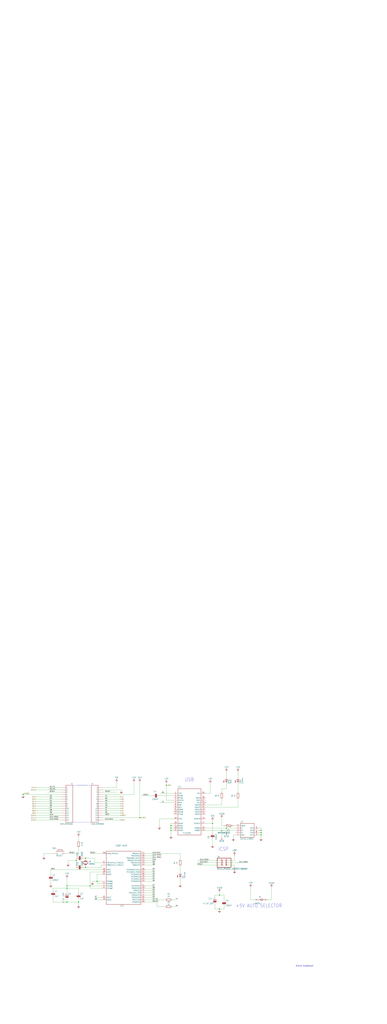
<source format=kicad_sch>
(kicad_sch (version 20211123) (generator eeschema)
  (paper "User" 425.45 1124.51)
  (lib_symbols
    (symbol "0043_KPT-2012SGC_1"
      (property "Reference" "TX0" (at 3.556 -4.572 90))
      (property "Value" "0043_KPT-2012SGC_1" (at 5.715 -4.572 90))
      (symbol "0043_KPT-2012SGC_1_1_0"
        (pin passive line (at 0 2.54 270) (length 2.54) (name "A") (number "1"))
        (pin passive line (at 0 -5.08 90) (length 2.54) (name "C") (number "2"))
      )
    )
    (symbol "Device:Crystal" (pin_numbers hide) (pin_names (offset 1.016) hide)
      (property "Reference" "Y" (at 0 3.81 0))
      (property "Value" "Crystal" (at 0 -3.81 0))
      (symbol "Crystal_1_1"
        (pin passive line (at -3.81 0 0) (length 1.27) (name "1") (number "1"))
        (pin passive line (at 3.81 0 180) (length 1.27) (name "2") (number "2"))
      )
    )
    (symbol "Device:R" (pin_numbers hide) (pin_names (offset 0))
      (property "Reference" "R" (at 2.032 0 90))
      (property "Value" "R" (at 0 0 90))
      (symbol "R_1_1"
        (pin passive line (at 0 3.81 270) (length 1.27) (name "~") (number "1"))
        (pin passive line (at 0 -3.81 90) (length 1.27) (name "~") (number "2"))
      )
    )
    (symbol "NanoV3.3-eagle-import:+5V" (power)
      (property "Value" "+5V" (at -2.54 2.54 0))
      (symbol "+5V_1_0"
        (pin power_in line (at 0 -2.54 90) (length 2.54) (name "+5V") (number "1"))
      )
    )
    (symbol "NanoV3.3-eagle-import:0006_1UF_0603{slash}GRM188R61E105KA12D"
      (property "Reference" "C" (at 1.524 0.381 0))
      (property "Value" "0006_1UF_0603{slash}GRM188R61E105KA12D" (at 1.524 -4.699 0))
      (symbol "0006_1UF_0603{slash}GRM188R61E105KA12D_1_0"
        (pin passive line (at 0 2.54 270) (length 2.54) (name "1") (number "1"))
        (pin passive line (at 0 -5.08 90) (length 2.54) (name "2") (number "2"))
      )
    )
    (symbol "NanoV3.3-eagle-import:0015_100NF_0603"
      (property "Reference" "C" (at 1.524 0.381 0))
      (property "Value" "0015_100NF_0603" (at 1.524 -4.699 0))
      (symbol "0015_100NF_0603_1_0"
        (pin passive line (at 0 2.54 270) (length 2.54) (name "1") (number "1"))
        (pin passive line (at 0 -5.08 90) (length 2.54) (name "2") (number "2"))
      )
    )
    (symbol "NanoV3.3-eagle-import:0025_SS1P3L-M3{slash}84A"
      (property "Reference" "D1" (at 1.27 -3.81 0))
      (property "Value" "SS1P3L" (at 1.905 3.175 0))
      (symbol "0025_SS1P3L-M3{slash}84A_1_0"
        (pin bidirectional line (at 7.62 0 180) (length 0) (name "K") (number "1"))
        (pin bidirectional line (at -5.08 0 0) (length 0) (name "A") (number "2"))
      )
    )
    (symbol "NanoV3.3-eagle-import:0044_KPT-2012YC"
      (property "Reference" "L0" (at 3.556 -4.572 90))
      (property "Value" "Yellow" (at 5.715 -4.572 90))
      (symbol "0044_KPT-2012YC_1_0"
        (pin passive line (at 0 2.54 270) (length 2.54) (name "A") (number "1"))
        (pin passive line (at 0 -5.08 90) (length 2.54) (name "C") (number "2"))
      )
    )
    (symbol "NanoV3.3-eagle-import:0114_PH254-203DF118A00V"
      (property "Reference" "JP" (at -6.35 5.715 0))
      (property "Value" "0114_PH254-203DF118A00V" (at -6.35 -7.62 0))
      (symbol "0114_PH254-203DF118A00V_1_0"
        (pin passive inverted (at -2.54 2.54 0) (length 2.54) (name "1") (number "1"))
        (pin passive inverted (at 5.08 2.54 180) (length 2.54) (name "2") (number "2"))
        (pin passive inverted (at -2.54 0 0) (length 2.54) (name "3") (number "3"))
        (pin passive inverted (at 5.08 0 180) (length 2.54) (name "4") (number "4"))
        (pin passive inverted (at -2.54 -2.54 0) (length 2.54) (name "5") (number "5"))
        (pin passive inverted (at 5.08 -2.54 180) (length 2.54) (name "6") (number "6"))
      )
    )
    (symbol "NanoV3.3-eagle-import:0173_IT-1185AP1C-160G-G_T&R"
      (property "Reference" "PB" (at -8.636 4.826 0))
      (property "Value" "0173_IT-1185AP1C-160G-G_T&R" (at -4.318 -3.302 0))
      (symbol "0173_IT-1185AP1C-160G-G_T&R_1_0"
        (pin passive inverted (at -7.62 0 0) (length 5.08) (name "1") (number "1"))
        (pin passive inverted (at 7.62 0 180) (length 5.08) (name "2") (number "2"))
      )
    )
    (symbol "NanoV3.3-eagle-import:0181_KTP-2012SURCK"
      (property "Reference" "RX0" (at 3.556 -4.572 90))
      (property "Value" "Red" (at 5.715 -4.572 90))
      (symbol "0181_KTP-2012SURCK_1_0"
        (pin passive line (at 0 2.54 270) (length 2.54) (name "A") (number "1"))
        (pin passive line (at 0 -5.08 90) (length 2.54) (name "C") (number "2"))
      )
    )
    (symbol "NanoV3.3-eagle-import:0219_14850"
      (property "Reference" "USB" (at -7.62 8.382 0))
      (property "Value" "0219_14850" (at -7.62 -10.16 0))
      (symbol "0219_14850_1_0"
        (pin passive line (at -12.7 -5.08 0) (length 5.08) (name "GND") (number "1"))
        (pin bidirectional line (at -12.7 -2.54 0) (length 5.08) (name "ID") (number "2"))
        (pin bidirectional line (at -12.7 0 0) (length 5.08) (name "D+") (number "3"))
        (pin bidirectional line (at -12.7 2.54 0) (length 5.08) (name "D-") (number "4"))
        (pin power_in line (at -12.7 5.08 0) (length 5.08) (name "VBUS") (number "5"))
        (pin passive line (at 12.7 2.54 180) (length 5.08) (name "SH1") (number "6"))
        (pin passive line (at 12.7 0 180) (length 5.08) (name "SH2") (number "7"))
        (pin passive line (at 12.7 -2.54 180) (length 5.08) (name "SH3") (number "8"))
        (pin passive line (at 12.7 -5.08 180) (length 5.08) (name "SH4") (number "9"))
      )
    )
    (symbol "NanoV3.3-eagle-import:0226_FT232RL"
      (property "Reference" "IC" (at -12.7 26.416 0))
      (property "Value" "0226_FT232RL" (at -7.62 -24.384 0))
      (symbol "0226_FT232RL_1_0"
        (pin output line (at -17.78 20.32 0) (length 5.08) (name "TXD") (number "1"))
        (pin bidirectional line (at -17.78 0 0) (length 5.08) (name "DCD#") (number "10"))
        (pin bidirectional line (at -17.78 -2.54 0) (length 5.08) (name "CTS#") (number "11"))
        (pin bidirectional line (at 17.78 -2.54 180) (length 5.08) (name "CBUS4") (number "12"))
        (pin bidirectional line (at 17.78 2.54 180) (length 5.08) (name "CBUS2") (number "13"))
        (pin bidirectional line (at 17.78 0 180) (length 5.08) (name "CBUS3") (number "14"))
        (pin bidirectional line (at 17.78 -20.32 180) (length 5.08) (name "USBDP") (number "15"))
        (pin bidirectional line (at 17.78 -17.78 180) (length 5.08) (name "USBDM") (number "16"))
        (pin power_in line (at 17.78 -12.7 180) (length 5.08) (name "3V3OUT") (number "17"))
        (pin power_in line (at -17.78 -17.78 0) (length 5.08) (name "GND2") (number "18"))
        (pin bidirectional line (at 17.78 -7.62 180) (length 5.08) (name "RESET#") (number "19"))
        (pin output line (at -17.78 17.78 0) (length 5.08) (name "DTR#") (number "2"))
        (pin power_in line (at 17.78 20.32 180) (length 5.08) (name "VCC") (number "20"))
        (pin power_in line (at -17.78 -20.32 0) (length 5.08) (name "GND3") (number "21"))
        (pin bidirectional line (at 17.78 5.08 180) (length 5.08) (name "CBUS1") (number "22"))
        (pin bidirectional line (at 17.78 7.62 180) (length 5.08) (name "CBUS0") (number "23"))
        (pin no_connect line (at 17.78 10.16 180) (length 5.08) (name "NC2") (number "24"))
        (pin power_in line (at -17.78 -12.7 0) (length 5.08) (name "AGND") (number "25"))
        (pin bidirectional line (at -17.78 -7.62 0) (length 5.08) (name "TEST") (number "26"))
        (pin bidirectional line (at 17.78 12.7 180) (length 5.08) (name "OSCI") (number "27"))
        (pin output line (at 17.78 15.24 180) (length 5.08) (name "OSCO") (number "28"))
        (pin output line (at -17.78 15.24 0) (length 5.08) (name "RTS#") (number "3"))
        (pin power_in line (at -17.78 12.7 0) (length 5.08) (name "VCCIO") (number "4"))
        (pin input line (at -17.78 10.16 0) (length 5.08) (name "RXD") (number "5"))
        (pin bidirectional line (at -17.78 7.62 0) (length 5.08) (name "RI#") (number "6"))
        (pin power_in line (at -17.78 -15.24 0) (length 5.08) (name "GND1") (number "7"))
        (pin bidirectional line (at -17.78 5.08 0) (length 5.08) (name "NC1") (number "8"))
        (pin bidirectional line (at -17.78 2.54 0) (length 5.08) (name "DSR#") (number "9"))
      )
    )
    (symbol "NanoV3.3-eagle-import:0833_TAJA475MO16RNJ"
      (property "Reference" "C" (at 1.143 0.4826 0))
      (property "Value" "0833_TAJA475MO16RNJ" (at 1.143 -4.5974 0))
      (symbol "0833_TAJA475MO16RNJ_1_0"
        (text "+" (at -0.5842 0.4064 900) (effects (font (size 1.27 1.0795)) (justify left bottom)))
        (pin passive line (at 0 2.54 270) (length 2.54) (name "+") (number "1"))
        (pin passive line (at 0 -5.08 90) (length 2.54) (name "-") (number "2"))
      )
    )
    (symbol "NanoV3.3-eagle-import:3V3" (power)
      (property "Value" "3V3" (at -2.286 2.286 0))
      (symbol "3V3_1_0"
        (pin power_in line (at 0 -2.54 90) (length 2.54) (name "3V3") (number "1"))
      )
    )
    (symbol "NanoV3.3-eagle-import:ATMEGA328P-32MUR"
      (property "Reference" "IC3" (at -2.54 -33.02 0))
      (property "Value" "328P-MUR" (at -7.62 33.02 0))
      (symbol "ATMEGA328P-32MUR_1_0"
        (pin bidirectional line (at 25.4 -20.32 180) (length 5.08) (name "PD3(INT1)") (number "1"))
        (pin bidirectional line (at 25.4 -12.7 180) (length 5.08) (name "PD6(AIN0)") (number "10"))
        (pin bidirectional line (at 25.4 -10.16 180) (length 5.08) (name "PD7(AIN1)") (number "11"))
        (pin bidirectional line (at 25.4 12.7 180) (length 5.08) (name "PB0(ICP)") (number "12"))
        (pin bidirectional line (at 25.4 15.24 180) (length 5.08) (name "PB1(OC1A)") (number "13"))
        (pin bidirectional line (at 25.4 17.78 180) (length 5.08) (name "PB2(SS/OC1B)") (number "14"))
        (pin bidirectional line (at 25.4 20.32 180) (length 5.08) (name "PB3(MOSI/OC2)") (number "15"))
        (pin bidirectional line (at 25.4 22.86 180) (length 5.08) (name "PB4(MISO)") (number "16"))
        (pin bidirectional line (at 25.4 25.4 180) (length 5.08) (name "PB5(SCK)") (number "17"))
        (pin bidirectional line (at -22.86 5.08 0) (length 5.08) (name "AVCC") (number "18"))
        (pin bidirectional line (at -22.86 -25.4 0) (length 5.08) (name "ADC6") (number "19"))
        (pin bidirectional line (at 25.4 -17.78 180) (length 5.08) (name "PD4(XCK/T0)") (number "2"))
        (pin bidirectional line (at -22.86 7.62 0) (length 5.08) (name "AREF") (number "20"))
        (pin bidirectional line (at -22.86 2.54 0) (length 5.08) (name "AGND") (number "21"))
        (pin bidirectional line (at -22.86 -22.86 0) (length 5.08) (name "ADC7") (number "22"))
        (pin bidirectional line (at 25.4 -5.08 180) (length 5.08) (name "PC0(ADC0)") (number "23"))
        (pin bidirectional line (at 25.4 -2.54 180) (length 5.08) (name "PC1(ADC1)") (number "24"))
        (pin bidirectional line (at 25.4 0 180) (length 5.08) (name "PC2(ADC2)") (number "25"))
        (pin bidirectional line (at 25.4 2.54 180) (length 5.08) (name "PC3(ADC3)") (number "26"))
        (pin bidirectional line (at 25.4 5.08 180) (length 5.08) (name "PC4(ADC4/SDA)") (number "27"))
        (pin bidirectional line (at 25.4 7.62 180) (length 5.08) (name "PC5(ADC5/SCL)") (number "28"))
        (pin bidirectional inverted (at -22.86 25.4 0) (length 5.08) (name "PC6(/RESET)") (number "29"))
        (pin bidirectional line (at -22.86 -5.08 0) (length 5.08) (name "GND@1") (number "3"))
        (pin bidirectional line (at 25.4 -27.94 180) (length 5.08) (name "PD0(RXD)") (number "30"))
        (pin bidirectional line (at 25.4 -25.4 180) (length 5.08) (name "PD1(TXD)") (number "31"))
        (pin bidirectional line (at 25.4 -22.86 180) (length 5.08) (name "PD2(INT0)") (number "32"))
        (pin bidirectional line (at -22.86 -10.16 0) (length 5.08) (name "VCC@1") (number "4"))
        (pin bidirectional line (at -22.86 -7.62 0) (length 5.08) (name "GND@2") (number "5"))
        (pin bidirectional line (at -22.86 -12.7 0) (length 5.08) (name "VCC@2") (number "6"))
        (pin bidirectional line (at -22.86 12.7 0) (length 5.08) (name "PB6(XTAL1/TOSC1)") (number "7"))
        (pin bidirectional line (at -22.86 15.24 0) (length 5.08) (name "PB7(XTAL2/TOSC2)") (number "8"))
        (pin bidirectional line (at 25.4 -15.24 180) (length 5.08) (name "PD5(T1)") (number "9"))
      )
    )
    (symbol "NanoV3.3-eagle-import:COM" (power)
      (symbol "COM_1_0"
        (pin power_in line (at 0 2.54 270) (length 2.54) (name "COM") (number "1"))
      )
    )
    (symbol "NanoV3.3-eagle-import:PTC"
      (property "Reference" "F" (at 2.54 0.2286 0))
      (property "Value" "PTC" (at 2.54 -1.905 0))
      (symbol "PTC_1_0"
        (pin passive line (at 0 -5.08 90) (length 2.54) (name "1") (number "1"))
        (pin passive line (at 0 5.08 270) (length 2.54) (name "2") (number "2"))
      )
    )
    (symbol "NanoV3.3-eagle-import:TPTP-1.00MM"
      (property "Reference" "TP" (at 0 0.508 0))
      (symbol "TPTP-1.00MM_1_0"
        (pin passive line (at 0 -2.54 90) (length 0) (name "P$1") (number "X"))
      )
    )
    (symbol "NanoV3.3-eagle-import:VIN" (power)
      (property "Value" "VIN" (at -2.032 2.54 0))
      (symbol "VIN_1_0"
        (pin power_in line (at 0 -2.54 90) (length 2.54) (name "VIN") (number "1"))
      )
    )
    (symbol "NanoV3.3-eagle-import:VUSB" (power)
      (property "Value" "VUSB" (at -3.048 2.032 0))
      (symbol "VUSB_1_0"
        (pin power_in line (at 0 -2.54 90) (length 2.54) (name "VUSB") (number "1"))
      )
    )
    (symbol "NanoV3.3-eagle-import:XXXX_STRIPNANO"
      (property "Reference" "CN" (at -2.54 21.336 0))
      (property "Value" "XXXX_STRIPNANO" (at -2.54 -22.86 0))
      (symbol "XXXX_STRIPNANO_1_0"
        (pin passive line (at 10.16 17.78 180) (length 5.08) (name "1") (number "1"))
        (pin passive line (at 10.16 -5.08 180) (length 5.08) (name "10") (number "10"))
        (pin passive line (at 10.16 -7.62 180) (length 5.08) (name "11") (number "11"))
        (pin passive line (at 10.16 -10.16 180) (length 5.08) (name "12") (number "12"))
        (pin passive line (at 10.16 -12.7 180) (length 5.08) (name "13") (number "13"))
        (pin passive line (at 10.16 -15.24 180) (length 5.08) (name "14") (number "14"))
        (pin passive line (at 10.16 -17.78 180) (length 5.08) (name "15") (number "15"))
        (pin passive line (at 10.16 15.24 180) (length 5.08) (name "2") (number "2"))
        (pin passive line (at 10.16 12.7 180) (length 5.08) (name "3") (number "3"))
        (pin passive line (at 10.16 10.16 180) (length 5.08) (name "4") (number "4"))
        (pin passive line (at 10.16 7.62 180) (length 5.08) (name "5") (number "5"))
        (pin passive line (at 10.16 5.08 180) (length 5.08) (name "6") (number "6"))
        (pin passive line (at 10.16 2.54 180) (length 5.08) (name "7") (number "7"))
        (pin passive line (at 10.16 0 180) (length 5.08) (name "8") (number "8"))
        (pin passive line (at 10.16 -2.54 180) (length 5.08) (name "9") (number "9"))
      )
    )
  )
  (junction (at 106.68 967.74))
  (junction (at 73.66 975.36))
  (junction (at 287.02 911.86))
  (junction (at 153.67 897.89))
  (junction (at 287.02 914.4))
  (junction (at 83.82 944.88))
  (junction (at 99.06 972.82))
  (junction (at 73.66 990.6))
  (junction (at 187.96 906.78))
  (junction (at 243.84 911.86))
  (junction (at 287.02 916.94))
  (junction (at 93.98 942.34))
  (junction (at 187.96 911.86))
  (junction (at 182.88 862.33))
  (junction (at 93.98 952.5))
  (junction (at 248.92 909.32))
  (junction (at 233.68 904.24))
  (junction (at 86.36 990.6))
  (junction (at 241.3 982.98))
  (junction (at 187.96 909.32))
  (junction (at 25.4 872.49))
  (junction (at 73.66 972.82))
  (junction (at 241.3 998.22))
  (wire (pts (xy 39.37 897.89) (xy 67.31 897.89)))
  (wire (pts (xy 91.44 942.34) (xy 93.98 942.34)))
  (wire (pts (xy 160.02 949.96) (xy 170.18 949.96)))
  (wire (pts (xy 106.68 960.12) (xy 106.68 967.74)))
  (wire (pts (xy 187.96 904.24) (xy 187.96 906.78)))
  (wire (pts (xy 160.02 967.74) (xy 170.18 967.74)))
  (wire (pts (xy 111.76 955.04) (xy 55.88 955.04)))
  (wire (pts (xy 243.84 906.78) (xy 243.84 899.16)))
  (wire (pts (xy 172.72 990.6) (xy 172.72 995.68)))
  (wire (pts (xy 86.36 990.6) (xy 86.36 993.14)))
  (wire (pts (xy 226.06 909.32) (xy 248.92 909.32)))
  (wire (pts (xy 25.4 871.22) (xy 25.4 872.49)))
  (wire (pts (xy 83.82 942.34) (xy 83.82 944.88)))
  (wire (pts (xy 93.98 942.34) (xy 104.14 942.34)))
  (wire (pts (xy 175.26 899.16) (xy 175.26 906.78)))
  (wire (pts (xy 236.22 982.98) (xy 241.3 982.98)))
  (wire (pts (xy 298.45 988.06) (xy 293.37 988.06)))
  (wire (pts (xy 273.05 947.42) (xy 250.19 947.42)))
  (wire (pts (xy 39.37 877.57) (xy 67.31 877.57)))
  (wire (pts (xy 190.5 878.84) (xy 182.88 878.84)))
  (wire (pts (xy 99.06 957.58) (xy 99.06 972.82)))
  (wire (pts (xy 160.02 955.04) (xy 170.18 955.04)))
  (wire (pts (xy 73.66 975.36) (xy 73.66 972.82)))
  (polyline (pts (xy 95.25 862.33) (xy 100.33 862.33)))
  (wire (pts (xy 284.48 916.94) (xy 287.02 916.94)))
  (wire (pts (xy 236.22 985.52) (xy 236.22 982.98)))
  (wire (pts (xy 73.66 990.6) (xy 58.42 990.6)))
  (wire (pts (xy 111.76 947.42) (xy 104.14 947.42)))
  (wire (pts (xy 284.48 914.4) (xy 287.02 914.4)))
  (wire (pts (xy 189.23 995.68) (xy 193.04 995.68)))
  (wire (pts (xy 73.66 980.44) (xy 73.66 975.36)))
  (wire (pts (xy 287.02 916.94) (xy 287.02 919.48)))
  (wire (pts (xy 233.68 914.4) (xy 233.68 904.24)))
  (wire (pts (xy 248.92 909.32) (xy 259.08 909.32)))
  (wire (pts (xy 39.37 892.81) (xy 67.31 892.81)))
  (wire (pts (xy 257.81 944.88) (xy 257.81 939.8)))
  (wire (pts (xy 275.59 975.36) (xy 275.59 988.06)))
  (wire (pts (xy 160.02 937.26) (xy 198.12 937.26)))
  (wire (pts (xy 93.98 952.5) (xy 93.98 951.23)))
  (wire (pts (xy 111.76 988.06) (xy 104.14 988.06)))
  (wire (pts (xy 175.26 871.22) (xy 190.5 871.22)))
  (wire (pts (xy 73.66 988.06) (xy 73.66 990.6)))
  (wire (pts (xy 248.92 914.4) (xy 248.92 909.32)))
  (wire (pts (xy 182.88 862.33) (xy 182.88 861.06)))
  (wire (pts (xy 39.37 864.87) (xy 67.31 864.87)))
  (wire (pts (xy 111.76 975.36) (xy 99.06 975.36)))
  (wire (pts (xy 243.84 919.48) (xy 243.84 911.86)))
  (wire (pts (xy 91.44 952.5) (xy 93.98 952.5)))
  (wire (pts (xy 86.36 975.36) (xy 73.66 975.36)))
  (wire (pts (xy 160.02 960.12) (xy 170.18 960.12)))
  (wire (pts (xy 160.02 975.36) (xy 170.18 975.36)))
  (wire (pts (xy 160.02 988.06) (xy 181.61 988.06)))
  (wire (pts (xy 73.66 990.6) (xy 86.36 990.6)))
  (wire (pts (xy 39.37 875.03) (xy 67.31 875.03)))
  (wire (pts (xy 275.59 988.06) (xy 280.67 988.06)))
  (wire (pts (xy 113.03 895.35) (xy 132.08 895.35)))
  (wire (pts (xy 154.94 873.76) (xy 167.64 873.76)))
  (wire (pts (xy 113.03 872.49) (xy 147.32 872.49)))
  (polyline (pts (xy 80.01 902.97) (xy 100.33 902.97)))
  (wire (pts (xy 160.02 944.88) (xy 170.18 944.88)))
  (wire (pts (xy 190.5 899.16) (xy 175.26 899.16)))
  (wire (pts (xy 48.26 937.26) (xy 48.26 939.8)))
  (wire (pts (xy 287.02 911.86) (xy 287.02 914.4)))
  (polyline (pts (xy 80.01 862.33) (xy 85.09 862.33)))
  (wire (pts (xy 256.54 916.94) (xy 256.54 919.48)))
  (wire (pts (xy 39.37 880.11) (xy 67.31 880.11)))
  (wire (pts (xy 160.02 947.42) (xy 170.18 947.42)))
  (wire (pts (xy 190.5 906.78) (xy 187.96 906.78)))
  (wire (pts (xy 39.37 867.41) (xy 67.31 867.41)))
  (wire (pts (xy 175.26 873.76) (xy 190.5 873.76)))
  (wire (pts (xy 74.93 944.88) (xy 74.93 947.42)))
  (wire (pts (xy 160.02 957.58) (xy 170.18 957.58)))
  (wire (pts (xy 128.27 864.87) (xy 128.27 859.79)))
  (wire (pts (xy 83.82 944.88) (xy 83.82 952.5)))
  (wire (pts (xy 233.68 904.24) (xy 233.68 901.7)))
  (wire (pts (xy 113.03 892.81) (xy 132.08 892.81)))
  (wire (pts (xy 160.02 972.82) (xy 170.18 972.82)))
  (wire (pts (xy 250.19 944.88) (xy 257.81 944.88)))
  (wire (pts (xy 287.02 914.4) (xy 287.02 916.94)))
  (wire (pts (xy 55.88 967.74) (xy 55.88 970.28)))
  (wire (pts (xy 86.36 930.91) (xy 86.36 937.26)))
  (wire (pts (xy 284.48 909.32) (xy 287.02 909.32)))
  (polyline (pts (xy 95.25 862.33) (xy 85.09 862.33)))
  (wire (pts (xy 250.19 949.96) (xy 257.81 949.96)))
  (wire (pts (xy 39.37 890.27) (xy 67.31 890.27)))
  (wire (pts (xy 39.37 882.65) (xy 67.31 882.65)))
  (wire (pts (xy 198.12 937.26) (xy 198.12 943.61)))
  (wire (pts (xy 246.38 982.98) (xy 246.38 988.06)))
  (wire (pts (xy 106.68 970.28) (xy 106.68 967.74)))
  (wire (pts (xy 198.12 951.23) (xy 198.12 957.58)))
  (wire (pts (xy 160.02 982.98) (xy 170.18 982.98)))
  (wire (pts (xy 58.42 990.6) (xy 58.42 985.52)))
  (wire (pts (xy 243.84 911.86) (xy 259.08 911.86)))
  (wire (pts (xy 111.76 972.82) (xy 99.06 972.82)))
  (wire (pts (xy 147.32 859.79) (xy 147.32 872.49)))
  (wire (pts (xy 160.02 977.9) (xy 170.18 977.9)))
  (wire (pts (xy 226.06 904.24) (xy 233.68 904.24)))
  (wire (pts (xy 231.14 871.22) (xy 231.14 861.06)))
  (wire (pts (xy 106.68 967.74) (xy 101.6 967.74)))
  (wire (pts (xy 182.88 878.84) (xy 182.88 862.33)))
  (wire (pts (xy 160.02 942.34) (xy 170.18 942.34)))
  (wire (pts (xy 190.5 911.86) (xy 187.96 911.86)))
  (wire (pts (xy 261.62 877.57) (xy 261.62 886.46)))
  (wire (pts (xy 175.26 881.38) (xy 190.5 881.38)))
  (wire (pts (xy 226.06 871.22) (xy 231.14 871.22)))
  (wire (pts (xy 113.03 887.73) (xy 132.08 887.73)))
  (wire (pts (xy 246.38 995.68) (xy 246.38 998.22)))
  (wire (pts (xy 160.02 965.2) (xy 170.18 965.2)))
  (wire (pts (xy 233.68 922.02) (xy 233.68 927.1)))
  (wire (pts (xy 160.02 962.66) (xy 170.18 962.66)))
  (wire (pts (xy 113.03 885.19) (xy 132.08 885.19)))
  (wire (pts (xy 236.22 993.14) (xy 236.22 998.22)))
  (wire (pts (xy 217.17 947.42) (xy 242.57 947.42)))
  (wire (pts (xy 39.37 885.19) (xy 67.31 885.19)))
  (wire (pts (xy 160.02 985.52) (xy 170.18 985.52)))
  (wire (pts (xy 113.03 900.43) (xy 132.08 900.43)))
  (wire (pts (xy 111.76 957.58) (xy 99.06 957.58)))
  (wire (pts (xy 236.22 998.22) (xy 241.3 998.22)))
  (wire (pts (xy 198.12 965.2) (xy 198.12 970.28)))
  (wire (pts (xy 113.03 882.65) (xy 132.08 882.65)))
  (wire (pts (xy 257.81 949.96) (xy 257.81 955.04)))
  (wire (pts (xy 73.66 975.36) (xy 58.42 975.36)))
  (wire (pts (xy 243.84 866.14) (xy 248.92 866.14)))
  (wire (pts (xy 74.93 944.88) (xy 83.82 944.88)))
  (wire (pts (xy 248.92 866.14) (xy 248.92 861.06)))
  (wire (pts (xy 58.42 975.36) (xy 58.42 977.9)))
  (wire (pts (xy 106.68 967.74) (xy 111.76 967.74)))
  (wire (pts (xy 182.88 862.33) (xy 184.15 862.33)))
  (wire (pts (xy 113.03 867.41) (xy 133.35 867.41)))
  (wire (pts (xy 113.03 890.27) (xy 132.08 890.27)))
  (wire (pts (xy 226.06 883.92) (xy 243.84 883.92)))
  (wire (pts (xy 39.37 887.73) (xy 67.31 887.73)))
  (wire (pts (xy 190.5 909.32) (xy 187.96 909.32)))
  (wire (pts (xy 52.07 869.95) (xy 67.31 869.95)))
  (wire (pts (xy 99.06 972.82) (xy 73.66 972.82)))
  (wire (pts (xy 39.37 895.35) (xy 67.31 895.35)))
  (wire (pts (xy 26.67 871.22) (xy 25.4 871.22)))
  (wire (pts (xy 259.08 916.94) (xy 256.54 916.94)))
  (wire (pts (xy 73.66 972.82) (xy 73.66 965.2)))
  (wire (pts (xy 226.06 911.86) (xy 243.84 911.86)))
  (wire (pts (xy 241.3 980.44) (xy 241.3 982.98)))
  (wire (pts (xy 86.36 919.48) (xy 86.36 923.29)))
  (wire (pts (xy 86.36 988.06) (xy 86.36 990.6)))
  (wire (pts (xy 243.84 866.14) (xy 243.84 869.95)))
  (wire (pts (xy 48.26 937.26) (xy 58.42 937.26)))
  (wire (pts (xy 104.14 947.42) (xy 104.14 942.34)))
  (wire (pts (xy 93.98 942.34) (xy 93.98 943.61)))
  (wire (pts (xy 261.62 861.06) (xy 261.62 869.95)))
  (wire (pts (xy 187.96 909.32) (xy 187.96 911.86)))
  (wire (pts (xy 86.36 980.44) (xy 86.36 975.36)))
  (wire (pts (xy 113.03 877.57) (xy 132.08 877.57)))
  (wire (pts (xy 73.66 937.26) (xy 86.36 937.26)))
  (wire (pts (xy 190.5 904.24) (xy 187.96 904.24)))
  (wire (pts (xy 241.3 982.98) (xy 246.38 982.98)))
  (wire (pts (xy 153.67 897.89) (xy 154.94 897.89)))
  (wire (pts (xy 187.96 911.86) (xy 187.96 916.94)))
  (wire (pts (xy 111.76 985.52) (xy 104.14 985.52)))
  (wire (pts (xy 113.03 880.11) (xy 132.08 880.11)))
  (wire (pts (xy 113.03 869.95) (xy 128.27 869.95)))
  (wire (pts (xy 25.4 872.49) (xy 67.31 872.49)))
  (wire (pts (xy 187.96 906.78) (xy 187.96 909.32)))
  (wire (pts (xy 153.67 859.79) (xy 153.67 897.89)))
  (wire (pts (xy 160.02 990.6) (xy 172.72 990.6)))
  (polyline (pts (xy 85.09 862.33) (xy 95.25 862.33)))
  (wire (pts (xy 284.48 911.86) (xy 287.02 911.86)))
  (wire (pts (xy 111.76 937.26) (xy 99.06 937.26)))
  (wire (pts (xy 93.98 952.5) (xy 111.76 952.5)))
  (wire (pts (xy 217.17 949.96) (xy 242.57 949.96)))
  (wire (pts (xy 217.17 944.88) (xy 242.57 944.88)))
  (wire (pts (xy 189.23 988.06) (xy 193.04 988.06)))
  (wire (pts (xy 287.02 909.32) (xy 287.02 911.86)))
  (wire (pts (xy 39.37 900.43) (xy 67.31 900.43)))
  (wire (pts (xy 160.02 939.8) (xy 170.18 939.8)))
  (wire (pts (xy 246.38 998.22) (xy 241.3 998.22)))
  (wire (pts (xy 111.76 952.5) (xy 111.76 949.96)))
  (wire (pts (xy 256.54 906.78) (xy 259.08 906.78)))
  (wire (pts (xy 160.02 980.44) (xy 170.18 980.44)))
  (wire (pts (xy 113.03 897.89) (xy 153.67 897.89)))
  (wire (pts (xy 243.84 906.78) (xy 246.38 906.78)))
  (wire (pts (xy 128.27 864.87) (xy 113.03 864.87)))
  (wire (pts (xy 298.45 975.36) (xy 298.45 988.06)))
  (wire (pts (xy 243.84 877.57) (xy 243.84 883.92)))
  (wire (pts (xy 99.06 975.36) (xy 99.06 972.82)))
  (wire (pts (xy 55.88 955.04) (xy 55.88 960.12)))
  (wire (pts (xy 111.76 970.28) (xy 106.68 970.28)))
  (wire (pts (xy 261.62 853.44) (xy 261.62 848.36)))
  (wire (pts (xy 226.06 886.46) (xy 261.62 886.46)))
  (wire (pts (xy 248.92 853.44) (xy 248.92 848.36)))
  (wire (pts (xy 172.72 995.68) (xy 181.61 995.68)))
  (wire (pts (xy 113.03 875.03) (xy 132.08 875.03)))
  (wire (pts (xy 111.76 960.12) (xy 106.68 960.12)))
  (text "ICSP" (at 240.03 934.72 180) (effects (font (size 3.81 3.2385)) (justify left bottom)))
  (text "USB" (at 203.2 858.52 180) (effects (font (size 3.81 3.2385)) (justify left bottom)))
  (text "+5V AUTO SELECTOR" (at 259.08 996.95 180) (effects (font (size 3.81 3.2385)) (justify left bottom)))
  (text "Arturo Guadalupi" (at 325.12 1061.72 180) (effects (font (size 1.778 1.5113)) (justify left bottom)))
  (label "RX" (at 177.8 871.22 0) (effects (font (size 1.2446 1.2446))))
  (label "A5" (at 167.64 955.04 0) (effects (font (size 1.2446 1.2446))))
  (label "A6" (at 104.14 988.06 0) (effects (font (size 1.2446 1.2446))))
  (label "D12/MISO" (at 219.71 944.88 0) (effects (font (size 1.2446 1.2446))))
  (label "A7" (at 115.57 875.03 0) (effects (font (size 1.2446 1.2446))))
  (label "D3" (at 167.64 982.98 0) (effects (font (size 1.2446 1.2446))))
  (label "D5" (at 54.61 882.65 0) (effects (font (size 1.2446 1.2446))))
  (label "D8" (at 54.61 890.27 0) (effects (font (size 1.2446 1.2446))))
  (label "A4" (at 167.64 957.58 0) (effects (font (size 1.2446 1.2446))))
  (label "RESET" (at 99.06 937.26 0) (effects (font (size 1.2446 1.2446))))
  (label "D8" (at 167.64 949.96 0) (effects (font (size 1.2446 1.2446))))
  (label "D10" (at 54.61 895.35 0) (effects (font (size 1.2446 1.2446))))
  (label "D11/MOSI" (at 262.89 947.42 0) (effects (font (size 1.2446 1.2446))))
  (label "TX" (at 193.04 988.06 0))
  (label "D13/SCK" (at 115.57 900.43 0) (effects (font (size 1.2446 1.2446))))
  (label "D9" (at 167.64 947.42 0) (effects (font (size 1.2446 1.2446))))
  (label "D3" (at 54.61 877.57 0) (effects (font (size 1.2446 1.2446))))
  (label "D2" (at 54.61 875.03 0) (effects (font (size 1.2446 1.2446))))
  (label "A2" (at 115.57 887.73 0) (effects (font (size 1.2446 1.2446))))
  (label "RESET" (at 115.57 869.95 0) (effects (font (size 1.2446 1.2446))))
  (label "A2" (at 167.64 962.66 0) (effects (font (size 1.2446 1.2446))))
  (label "D1/TX" (at 54.61 864.87 0) (effects (font (size 1.2446 1.2446))))
  (label "D9" (at 54.61 892.81 0) (effects (font (size 1.2446 1.2446))))
  (label "D10" (at 167.64 944.88 0) (effects (font (size 1.2446 1.2446))))
  (label "D12/MISO" (at 167.64 939.8 0) (effects (font (size 1.2446 1.2446))))
  (label "D4" (at 167.64 980.44 0) (effects (font (size 1.2446 1.2446))))
  (label "A6" (at 115.57 877.57 0) (effects (font (size 1.2446 1.2446))))
  (label "RESET" (at 157.48 873.76 0) (effects (font (size 1.2446 1.2446))))
  (label "TX" (at 177.8 881.38 0) (effects (font (size 1.2446 1.2446))))
  (label "D0/RX" (at 167.64 990.6 0) (effects (font (size 1.2446 1.2446))))
  (label "D7" (at 167.64 972.82 0) (effects (font (size 1.2446 1.2446))))
  (label "AREF" (at 115.57 895.35 0) (effects (font (size 1.2446 1.2446))))
  (label "A0" (at 115.57 892.81 0) (effects (font (size 1.2446 1.2446))))
  (label "RX" (at 193.04 995.68 0))
  (label "A5" (at 115.57 880.11 0) (effects (font (size 1.2446 1.2446))))
  (label "D13/SCK" (at 219.71 947.42 0) (effects (font (size 1.2446 1.2446))))
  (label "A1" (at 115.57 890.27 0) (effects (font (size 1.2446 1.2446))))
  (label "D6" (at 54.61 885.19 0) (effects (font (size 1.2446 1.2446))))
  (label "A1" (at 167.64 965.2 0) (effects (font (size 1.2446 1.2446))))
  (label "A0" (at 167.64 967.74 0) (effects (font (size 1.2446 1.2446))))
  (label "A3" (at 115.57 885.19 0) (effects (font (size 1.2446 1.2446))))
  (label "AREF" (at 55.88 955.04 0) (effects (font (size 1.2446 1.2446))))
  (label "D4" (at 54.61 880.11 0) (effects (font (size 1.2446 1.2446))))
  (label "D2" (at 167.64 985.52 0) (effects (font (size 1.2446 1.2446))))
  (label "D12/MISO" (at 54.61 900.43 0) (effects (font (size 1.2446 1.2446))))
  (label "A4" (at 115.57 882.65 0) (effects (font (size 1.2446 1.2446))))
  (label "D7" (at 54.61 887.73 0) (effects (font (size 1.2446 1.2446))))
  (label "D13/SCK" (at 167.64 937.26 0) (effects (font (size 1.2446 1.2446))))
  (label "RESET" (at 76.2 937.26 0) (effects (font (size 1.2446 1.2446))))
  (label "D11/MOSI" (at 54.61 897.89 0) (effects (font (size 1.2446 1.2446))))
  (label "RESET" (at 54.61 869.95 0) (effects (font (size 1.2446 1.2446))))
  (label "A3" (at 167.64 960.12 0) (effects (font (size 1.2446 1.2446))))
  (label "D1/TX" (at 167.64 988.06 0) (effects (font (size 1.2446 1.2446))))
  (label "D0/RX" (at 54.61 867.41 0) (effects (font (size 1.2446 1.2446))))
  (label "D11/MOSI" (at 167.64 942.34 0) (effects (font (size 1.2446 1.2446))))
  (label "A7" (at 104.14 985.52 0) (effects (font (size 1.2446 1.2446))))
  (label "D5" (at 167.64 977.9 0) (effects (font (size 1.2446 1.2446))))
  (label "RESET" (at 217.17 949.96 0) (effects (font (size 1.2446 1.2446))))
  (label "D6" (at 167.64 975.36 0) (effects (font (size 1.2446 1.2446))))
  (hierarchical_label "A1" (shape bidirectional) (at 132.08 890.27 0))
  (hierarchical_label "3V3" (shape output) (at 154.94 897.89 0))
  (hierarchical_label "5V" (shape input) (at 184.15 862.33 0))
  (hierarchical_label "AREF" (shape input) (at 132.08 895.35 0))
  (hierarchical_label "D3" (shape bidirectional) (at 39.37 877.57 180))
  (hierarchical_label "A3" (shape bidirectional) (at 132.08 885.19 0))
  (hierarchical_label "D5" (shape bidirectional) (at 39.37 882.65 180))
  (hierarchical_label "GND" (shape bidirectional) (at 26.67 871.22 0))
  (hierarchical_label "D6" (shape bidirectional) (at 39.37 885.19 180))
  (hierarchical_label "TX1" (shape output) (at 39.37 864.87 180))
  (hierarchical_label "D8" (shape bidirectional) (at 39.37 890.27 180))
  (hierarchical_label "A4" (shape bidirectional) (at 132.08 882.65 0))
  (hierarchical_label "D9" (shape bidirectional) (at 39.37 892.81 180))
  (hierarchical_label "D2" (shape bidirectional) (at 39.37 875.03 180))
  (hierarchical_label "D11" (shape output) (at 39.37 897.89 180))
  (hierarchical_label "A0" (shape bidirectional) (at 132.08 892.81 0))
  (hierarchical_label "A5" (shape bidirectional) (at 132.08 880.11 0))
  (hierarchical_label "A6" (shape bidirectional) (at 132.08 877.57 0))
  (hierarchical_label "A2" (shape bidirectional) (at 132.08 887.73 0))
  (hierarchical_label "A7" (shape bidirectional) (at 132.08 875.03 0))
  (hierarchical_label "D12" (shape input) (at 39.37 900.43 180))
  (hierarchical_label "D4" (shape bidirectional) (at 39.37 880.11 180))
  (hierarchical_label "D7" (shape bidirectional) (at 39.37 887.73 180))
  (hierarchical_label "RX1" (shape input) (at 39.37 867.41 180))
  (hierarchical_label "D10" (shape bidirectional) (at 39.37 895.35 180))
  (hierarchical_label "D13" (shape input) (at 132.08 900.43 0))
  (symbol (lib_id "NanoV3.3-eagle-import:+5V") (at 231.14 858.52 0) (unit 1)
    (property "Reference" "#U$014" (effects hide))
    (property "Value" "+5V" (at 228.6 855.98 0) (effects (font (size 1.778 1.5113)) (justify left bottom)))
    (property "Footprint" "NanoV3.3:" (effects hide))
  )
  (symbol (lib_id "NanoV3.3-eagle-import:3V3") (at 233.68 899.16 0) (unit 1)
    (property "Reference" "#U$026" (effects hide))
    (property "Value" "3V3" (at 231.394 896.874 0) (effects (font (size 1.778 1.5113)) (justify left bottom)))
    (property "Footprint" "NanoV3.3:" (effects hide))
  )
  (symbol (lib_id "NanoV3.3-eagle-import:0015_100NF_0603") (at 246.38 990.6 0) (unit 1)
    (property "Reference" "C9" (at 247.904 990.219 0) (effects (font (size 1.778 1.5113)) (justify left bottom)))
    (property "Value" "100nF" (at 247.904 995.299 0) (effects (font (size 1.778 1.5113)) (justify left bottom)))
    (property "Footprint" "Capacitor_SMD:C_1206_3216Metric" (effects hide))
  )
  (symbol (lib_id "NanoV3.3-eagle-import:COM") (at 86.36 995.68 0) (unit 1)
    (property "Reference" "#U$016" (effects hide))
    (property "Value" "COM" (effects hide))
    (property "Footprint" "NanoV3.3:" (effects hide))
  )
  (symbol (lib_id "NanoV3.3-eagle-import:TPTP-1.00MM") (at 243.84 922.02 180) (unit 1)
    (property "Reference" "D+0" (at 243.84 922.528 0) (effects (font (size 1.778 1.5113)) (justify bottom)))
    (property "Value" "DNP" (effects hide))
    (property "Footprint" "NanoV3.3:TP-1.00MM" (effects hide))
  )
  (symbol (lib_id "NanoV3.3-eagle-import:0015_100NF_0603") (at 86.36 952.5 90) (unit 1)
    (property "Reference" "C11" (at 85.979 950.976 0) (effects (font (size 1.778 1.5113)) (justify left bottom)))
    (property "Value" "22pF" (at 91.059 950.976 0) (effects (font (size 1.778 1.5113)) (justify left bottom)))
    (property "Footprint" "Capacitor_SMD:C_1206_3216Metric" (effects hide))
  )
  (symbol (lib_id "Device:R") (at 243.84 873.76 180) (unit 1)
    (property "Reference" "R6" (at 237.49 873.76 90))
    (property "Value" "1K" (at 240.03 873.76 90))
    (property "Footprint" "Resistor_SMD:R_1206_3216Metric" (effects hide))
  )
  (symbol (lib_id "NanoV3.3-eagle-import:COM") (at 241.3 1000.76 0) (unit 1)
    (property "Reference" "#U$017" (effects hide))
    (property "Value" "COM" (effects hide))
    (property "Footprint" "NanoV3.3:" (effects hide))
  )
  (symbol (lib_id "NanoV3.3-eagle-import:COM") (at 55.88 972.82 0) (unit 1)
    (property "Reference" "#U$010" (effects hide))
    (property "Value" "COM" (effects hide))
    (property "Footprint" "NanoV3.3:" (effects hide))
  )
  (symbol (lib_id "NanoV3.3-eagle-import:COM") (at 101.6 970.28 0) (unit 1)
    (property "Reference" "#U$052" (effects hide))
    (property "Value" "COM" (effects hide))
    (property "Footprint" "NanoV3.3:" (effects hide))
  )
  (symbol (lib_id "NanoV3.3-eagle-import:VUSB") (at 241.3 977.9 0) (unit 1)
    (property "Reference" "#U$023" (effects hide))
    (property "Value" "VUSB" (at 238.252 975.868 0) (effects (font (size 1.778 1.5113)) (justify left bottom)))
    (property "Footprint" "NanoV3.3:" (effects hide))
  )
  (symbol (lib_id "NanoV3.3-eagle-import:XXXX_STRIPNANO") (at 102.87 882.65 0) (unit 1)
    (property "Reference" "J2" (at 100.33 861.314 0) (effects (font (size 1.27 1.0795)) (justify left bottom)))
    (property "Value" "XXXX_STRIPNANO" (at 100.33 905.51 0) (effects (font (size 1.27 1.0795)) (justify left bottom)))
    (property "Footprint" "NanoV3.3:HEAD15-NOSS" (effects hide))
  )
  (symbol (lib_id "NanoV3.3-eagle-import:0181_KTP-2012SURCK") (at 248.92 855.98 0) (unit 1)
    (property "Reference" "RX0" (at 252.476 860.552 90) (effects (font (size 1.778 1.5113)) (justify left bottom)))
    (property "Value" "Red" (at 254.635 860.552 90) (effects (font (size 1.778 1.5113)) (justify left bottom)))
    (property "Footprint" "LED_SMD:LED_1206_3216Metric" (effects hide))
  )
  (symbol (lib_id "Device:Crystal") (at 93.98 947.42 90) (unit 1)
    (property "Reference" "X1" (at 97.79 946.1499 90) (effects (justify right)))
    (property "Value" "16MHz" (at 97.79 948.6899 90) (effects (justify right)))
    (property "Footprint" "Crystal:Crystal_HC49-4H_Vertical" (effects hide))
  )
  (symbol (lib_id "NanoV3.3-eagle-import:+5V") (at 86.36 916.94 0) (unit 1)
    (property "Reference" "#U$031" (effects hide))
    (property "Value" "+5V" (at 83.82 914.4 0) (effects (font (size 1.778 1.5113)) (justify left bottom)))
    (property "Footprint" "NanoV3.3:" (effects hide))
  )
  (symbol (lib_id "NanoV3.3-eagle-import:COM") (at 257.81 957.58 0) (unit 1)
    (property "Reference" "#U$03" (effects hide))
    (property "Value" "COM" (effects hide))
    (property "Footprint" "NanoV3.3:" (effects hide))
  )
  (symbol (lib_id "NanoV3.3-eagle-import:0015_100NF_0603") (at 55.88 962.66 0) (unit 1)
    (property "Reference" "C1" (at 57.404 962.279 0) (effects (font (size 1.778 1.5113)) (justify left bottom)))
    (property "Value" "100nF" (at 57.404 967.359 0) (effects (font (size 1.778 1.5113)) (justify left bottom)))
    (property "Footprint" "Button_Switch_SMD:Panasonic_EVQPUM_EVQPUD" (effects hide))
  )
  (symbol (lib_id "NanoV3.3-eagle-import:COM") (at 187.96 919.48 0) (unit 1)
    (property "Reference" "#U$024" (effects hide))
    (property "Value" "COM" (effects hide))
    (property "Footprint" "NanoV3.3:" (effects hide))
  )
  (symbol (lib_id "NanoV3.3-eagle-import:0015_100NF_0603") (at 233.68 919.48 180) (unit 1)
    (property "Reference" "C6" (at 230.124 921.004 90) (effects (font (size 1.778 1.5113)) (justify right top)))
    (property "Value" "100nF" (at 238.506 922.528 90) (effects (font (size 1.778 1.5113)) (justify right top)))
    (property "Footprint" "Capacitor_SMD:C_1206_3216Metric" (effects hide))
  )
  (symbol (lib_id "NanoV3.3-eagle-import:COM") (at 48.26 942.34 0) (unit 1)
    (property "Reference" "#U$028" (effects hide))
    (property "Value" "COM" (effects hide))
    (property "Footprint" "NanoV3.3:" (effects hide))
  )
  (symbol (lib_id "NanoV3.3-eagle-import:ATMEGA328P-32MUR") (at 134.62 962.66 0) (unit 1)
    (property "Reference" "IC3" (at 132.08 995.68 0) (effects (font (size 1.778 1.5113)) (justify left bottom)))
    (property "Value" "328P-MUR" (at 127 929.64 0) (effects (font (size 1.778 1.5113)) (justify left bottom)))
    (property "Footprint" "atmega328:QFP80P900X900X120-32N" (effects hide))
  )
  (symbol (lib_id "Device:R") (at 261.62 873.76 180) (unit 1)
    (property "Reference" "R5" (at 255.27 873.76 90))
    (property "Value" "1K" (at 257.81 873.76 90))
    (property "Footprint" "Resistor_SMD:R_1206_3216Metric" (effects hide))
  )
  (symbol (lib_id "NanoV3.3-eagle-import:XXXX_STRIPNANO") (at 77.47 882.65 0) (mirror y) (unit 1)
    (property "Reference" "J1" (at 80.01 861.314 0) (effects (font (size 1.27 1.0795)) (justify left bottom)))
    (property "Value" "XXXX_STRIPNANO" (at 80.01 905.51 0) (effects (font (size 1.27 1.0795)) (justify left bottom)))
    (property "Footprint" "NanoV3.3:HEAD15-NOSS" (effects hide))
  )
  (symbol (lib_id "NanoV3.3-eagle-import:+5V") (at 275.59 972.82 0) (unit 1)
    (property "Reference" "#U$0105" (effects hide))
    (property "Value" "+5V" (at 273.05 970.28 0) (effects (font (size 1.778 1.5113)) (justify left bottom)))
    (property "Footprint" "NanoV3.3:" (effects hide))
  )
  (symbol (lib_id "NanoV3.3-eagle-import:PTC") (at 251.46 906.78 270) (unit 1)
    (property "Reference" "F1" (at 252.73 910.8186 90) (effects (font (size 1.778 1.5113)) (justify right top)))
    (property "Value" "MFFSMF050" (at 252.73 913.638 90) (effects (font (size 1.778 1.5113)) (justify right top)))
    (property "Footprint" "Fuse:Fuse_1206_3216Metric_Pad1.42x1.75mm_HandSolder" (effects hide))
  )
  (symbol (lib_id "NanoV3.3-eagle-import:COM") (at 256.54 922.02 0) (unit 1)
    (property "Reference" "#U$029" (effects hide))
    (property "Value" "COM" (effects hide))
    (property "Footprint" "NanoV3.3:" (effects hide))
  )
  (symbol (lib_id "NanoV3.3-eagle-import:0173_IT-1185AP1C-160G-G_T&R") (at 66.04 937.26 0) (unit 1)
    (property "Reference" "SW1" (at 57.404 932.434 0) (effects (font (size 1.778 1.5113)) (justify left bottom)))
    (property "Value" "RESET" (at 61.722 940.562 0) (effects (font (size 1.778 1.5113)) (justify left bottom)))
    (property "Footprint" "Button_Switch_SMD:SW_SPST_TL3342" (effects hide))
  )
  (symbol (lib_id "NanoV3.3-eagle-import:+5V") (at 182.88 858.52 0) (unit 1)
    (property "Reference" "#U$011" (effects hide))
    (property "Value" "+5V" (at 180.34 855.98 0) (effects (font (size 1.778 1.5113)) (justify left bottom)))
    (property "Footprint" "NanoV3.3:" (effects hide))
  )
  (symbol (lib_id "NanoV3.3-eagle-import:0114_PH254-203DF118A00V") (at 245.11 947.42 0) (unit 1)
    (property "Reference" "J4" (at 238.76 941.705 0) (effects (font (size 1.778 1.5113)) (justify left bottom)))
    (property "Value" "0114_PH254-203DF118A00V" (at 238.76 955.04 0) (effects (font (size 1.778 1.5113)) (justify left bottom)))
    (property "Footprint" "NanoV3.3:2X03" (effects hide))
  )
  (symbol (lib_id "NanoV3.3-eagle-import:COM") (at 198.12 972.82 0) (unit 1)
    (property "Reference" "#U$034" (effects hide))
    (property "Value" "COM" (effects hide))
    (property "Footprint" "NanoV3.3:" (effects hide))
  )
  (symbol (lib_id "NanoV3.3-eagle-import:COM") (at 25.4 875.03 0) (unit 1)
    (property "Reference" "#U$01" (effects hide))
    (property "Value" "COM" (effects hide))
    (property "Footprint" "NanoV3.3:" (effects hide))
  )
  (symbol (lib_id "NanoV3.3-eagle-import:COM") (at 233.68 929.64 0) (unit 1)
    (property "Reference" "#U$027" (effects hide))
    (property "Value" "COM" (effects hide))
    (property "Footprint" "NanoV3.3:" (effects hide))
  )
  (symbol (lib_id "NanoV3.3-eagle-import:+5V") (at 257.81 937.26 0) (unit 1)
    (property "Reference" "#U$012" (effects hide))
    (property "Value" "+5V" (at 255.27 934.72 0) (effects (font (size 1.778 1.5113)) (justify left bottom)))
    (property "Footprint" "NanoV3.3:" (effects hide))
  )
  (symbol (lib_id "NanoV3.3-eagle-import:0044_KPT-2012YC") (at 198.12 960.12 0) (unit 1)
    (property "Reference" "L0" (at 201.676 964.692 90) (effects (font (size 1.778 1.5113)) (justify left bottom)))
    (property "Value" "Yellow" (at 203.835 964.692 90) (effects (font (size 1.778 1.5113)) (justify left bottom)))
    (property "Footprint" "LED_SMD:LED_1206_3216Metric" (effects hide))
  )
  (symbol (lib_id "NanoV3.3-eagle-import:+5V") (at 147.32 857.25 0) (unit 1)
    (property "Reference" "#U$06" (effects hide))
    (property "Value" "+5V" (at 144.78 854.71 0) (effects (font (size 1.778 1.5113)) (justify left bottom)))
    (property "Footprint" "NanoV3.3:" (effects hide))
  )
  (symbol (lib_id "NanoV3.3-eagle-import:0833_TAJA475MO16RNJ") (at 73.66 982.98 0) (unit 1)
    (property "Reference" "C5" (at 74.803 982.4974 0) (effects (font (size 1.778 1.5113)) (justify left bottom)))
    (property "Value" "4,7uF_16V" (at 70.6374 991.997 90) (effects (font (size 1.778 1.5113)) (justify left bottom)))
    (property "Footprint" "Capacitor_SMD:C_1206_3216Metric" (effects hide))
  )
  (symbol (lib_id "NanoV3.3-eagle-import:0006_1UF_0603{slash}GRM188R61E105KA12D") (at 86.36 982.98 0) (unit 1)
    (property "Reference" "C3" (at 87.884 982.599 0) (effects (font (size 1.778 1.5113)) (justify left bottom)))
    (property "Value" "1uF" (at 87.884 987.679 0) (effects (font (size 1.778 1.5113)) (justify left bottom)))
    (property "Footprint" "Capacitor_SMD:C_1206_3216Metric" (effects hide))
  )
  (symbol (lib_id "NanoV3.3-eagle-import:+5V") (at 261.62 845.82 0) (unit 1)
    (property "Reference" "#U$035" (effects hide))
    (property "Value" "+5V" (at 259.08 843.28 0) (effects (font (size 1.778 1.5113)) (justify left bottom)))
    (property "Footprint" "NanoV3.3:" (effects hide))
  )
  (symbol (lib_name "0043_KPT-2012SGC_1") (lib_id "NanoV3.3-eagle-import:0043_KPT-2012SGC") (at 261.62 855.98 0) (unit 1)
    (property "Reference" "TX0" (at 265.176 860.552 90) (effects (font (size 1.778 1.5113)) (justify left bottom)))
    (property "Value" "Green" (at 267.335 860.552 90) (effects (font (size 1.778 1.5113)) (justify left bottom)))
    (property "Footprint" "LED_SMD:LED_1206_3216Metric" (effects hide))
  )
  (symbol (lib_id "NanoV3.3-eagle-import:COM") (at 133.35 869.95 0) (unit 1)
    (property "Reference" "#U$02" (effects hide))
    (property "Value" "COM" (effects hide))
    (property "Footprint" "NanoV3.3:" (effects hide))
  )
  (symbol (lib_id "NanoV3.3-eagle-import:0025_SS1P3L-M3{slash}84A") (at 288.29 988.06 180) (unit 1)
    (property "Reference" "D1" (at 287.02 984.25 0) (effects (font (size 1.27 1.0795)) (justify left bottom)))
    (property "Value" "SS1P3L" (at 286.385 991.235 0) (effects (font (size 1.27 1.0795)) (justify left bottom)))
    (property "Footprint" "Diode_SMD:D_1206_3216Metric" (effects hide))
  )
  (symbol (lib_id "NanoV3.3-eagle-import:0226_FT232RL") (at 208.28 891.54 0) (unit 1)
    (property "Reference" "IC1" (at 195.58 865.124 0) (effects (font (size 1.778 1.5113)) (justify left bottom)))
    (property "Value" "FT232RL" (at 200.66 915.924 0) (effects (font (size 1.778 1.5113)) (justify left bottom)))
    (property "Footprint" "NanoV3.3:SSOP28" (effects hide))
  )
  (symbol (lib_id "NanoV3.3-eagle-import:VUSB") (at 243.84 896.62 0) (unit 1)
    (property "Reference" "#U$022" (effects hide))
    (property "Value" "VUSB" (at 240.792 894.588 0) (effects (font (size 1.778 1.5113)) (justify left bottom)))
    (property "Footprint" "NanoV3.3:" (effects hide))
  )
  (symbol (lib_id "NanoV3.3-eagle-import:TPTP-1.00MM") (at 248.92 916.94 180) (unit 1)
    (property "Reference" "D-0" (at 248.92 917.448 0) (effects (font (size 1.778 1.5113)) (justify bottom)))
    (property "Value" "DNP" (effects hide))
    (property "Footprint" "NanoV3.3:TP-1.00MM" (effects hide))
  )
  (symbol (lib_id "NanoV3.3-eagle-import:COM") (at 74.93 949.96 0) (unit 1)
    (property "Reference" "#U$013" (effects hide))
    (property "Value" "COM" (effects hide))
    (property "Footprint" "NanoV3.3:" (effects hide))
  )
  (symbol (lib_id "Device:R") (at 185.42 995.68 90) (unit 1)
    (property "Reference" "R3" (at 185.42 990.6 90))
    (property "Value" "1K" (at 185.42 993.14 90))
    (property "Footprint" "Resistor_SMD:R_1206_3216Metric" (effects hide))
  )
  (symbol (lib_id "NanoV3.3-eagle-import:0015_100NF_0603") (at 170.18 873.76 90) (unit 1)
    (property "Reference" "C4" (at 168.656 870.204 90) (effects (font (size 1.778 1.5113)) (justify right top)))
    (property "Value" "100nF" (at 167.132 878.586 90) (effects (font (size 1.778 1.5113)) (justify right top)))
    (property "Footprint" "Capacitor_SMD:C_1206_3216Metric" (effects hide))
  )
  (symbol (lib_id "NanoV3.3-eagle-import:VIN") (at 128.27 857.25 0) (unit 1)
    (property "Reference" "#U$07" (effects hide))
    (property "Value" "VIN" (at 126.238 854.71 0) (effects (font (size 1.778 1.5113)) (justify left bottom)))
    (property "Footprint" "NanoV3.3:" (effects hide))
  )
  (symbol (lib_id "NanoV3.3-eagle-import:VUSB") (at 298.45 972.82 0) (unit 1)
    (property "Reference" "#U$0106" (effects hide))
    (property "Value" "VUSB" (at 295.402 970.788 0) (effects (font (size 1.778 1.5113)) (justify left bottom)))
    (property "Footprint" "NanoV3.3:" (effects hide))
  )
  (symbol (lib_id "Device:R") (at 185.42 988.06 90) (unit 1)
    (property "Reference" "R2" (at 185.42 981.71 90))
    (property "Value" "1K" (at 185.42 984.25 90))
    (property "Footprint" "Resistor_SMD:R_1206_3216Metric" (effects hide))
  )
  (symbol (lib_id "NanoV3.3-eagle-import:COM") (at 287.02 922.02 0) (unit 1)
    (property "Reference" "#U$030" (effects hide))
    (property "Value" "COM" (effects hide))
    (property "Footprint" "NanoV3.3:" (effects hide))
  )
  (symbol (lib_id "NanoV3.3-eagle-import:0833_TAJA475MO16RNJ") (at 236.22 988.06 0) (unit 1)
    (property "Reference" "C2" (at 232.537 986.0026 0) (effects (font (size 1.778 1.5113)) (justify right top)))
    (property "Value" "4,7uF_16V" (at 235.077 991.0826 0) (effects (font (size 1.778 1.5113)) (justify right top)))
    (property "Footprint" "Capacitor_SMD:C_1206_3216Metric" (effects hide))
  )
  (symbol (lib_id "Device:R") (at 86.36 927.1 0) (unit 1)
    (property "Reference" "R1" (at 88.9 925.8299 0) (effects (justify left)))
    (property "Value" "1k" (at 88.9 928.3699 0) (effects (justify left)))
    (property "Footprint" "Resistor_SMD:R_1206_3216Metric" (effects hide))
  )
  (symbol (lib_id "NanoV3.3-eagle-import:0006_1UF_0603{slash}GRM188R61E105KA12D") (at 58.42 980.44 0) (unit 1)
    (property "Reference" "C7" (at 59.944 980.059 0) (effects (font (size 1.778 1.5113)) (justify left bottom)))
    (property "Value" "1uF" (at 59.944 985.139 0) (effects (font (size 1.778 1.5113)) (justify left bottom)))
    (property "Footprint" "Capacitor_SMD:C_1206_3216Metric" (effects hide))
  )
  (symbol (lib_id "Device:R") (at 198.12 947.42 180) (unit 1)
    (property "Reference" "R4" (at 191.77 947.42 90))
    (property "Value" "1K" (at 194.31 947.42 90))
    (property "Footprint" "Resistor_SMD:R_1206_3216Metric" (effects hide))
  )
  (symbol (lib_id "NanoV3.3-eagle-import:0015_100NF_0603") (at 86.36 942.34 90) (unit 1)
    (property "Reference" "C10" (at 85.979 940.816 0) (effects (font (size 1.778 1.5113)) (justify left bottom)))
    (property "Value" "22pF" (at 91.059 940.816 0) (effects (font (size 1.778 1.5113)) (justify left bottom)))
    (property "Footprint" "Capacitor_SMD:C_1206_3216Metric" (effects hide))
  )
  (symbol (lib_id "NanoV3.3-eagle-import:+5V") (at 73.66 962.66 0) (unit 1)
    (property "Reference" "#U$055" (effects hide))
    (property "Value" "+5V" (at 71.12 960.12 0) (effects (font (size 1.778 1.5113)) (justify left bottom)))
    (property "Footprint" "NanoV3.3:" (effects hide))
  )
  (symbol (lib_id "NanoV3.3-eagle-import:COM") (at 175.26 909.32 0) (unit 1)
    (property "Reference" "#U$051" (effects hide))
    (property "Value" "COM" (effects hide))
    (property "Footprint" "NanoV3.3:" (effects hide))
  )
  (symbol (lib_id "NanoV3.3-eagle-import:0219_14850") (at 271.78 911.86 0) (unit 1)
    (property "Reference" "J3" (at 264.16 903.478 0) (effects (font (size 1.778 1.5113)) (justify left bottom)))
    (property "Value" "0219_14850" (at 264.16 922.02 0) (effects (font (size 1.778 1.5113)) (justify left bottom)))
    (property "Footprint" "NanoV3.3:USB-MINI-B_2" (effects hide))
  )
  (symbol (lib_id "NanoV3.3-eagle-import:3V3") (at 153.67 857.25 0) (unit 1)
    (property "Reference" "#U$08" (effects hide))
    (property "Value" "3V3" (at 151.384 854.964 0) (effects (font (size 1.778 1.5113)) (justify left bottom)))
    (property "Footprint" "NanoV3.3:" (effects hide))
  )
  (symbol (lib_id "NanoV3.3-eagle-import:+5V") (at 248.92 845.82 0) (unit 1)
    (property "Reference" "#U$025" (effects hide))
    (property "Value" "+5V" (at 246.38 843.28 0) (effects (font (size 1.778 1.5113)) (justify left bottom)))
    (property "Footprint" "NanoV3.3:" (effects hide))
  )
)
</source>
